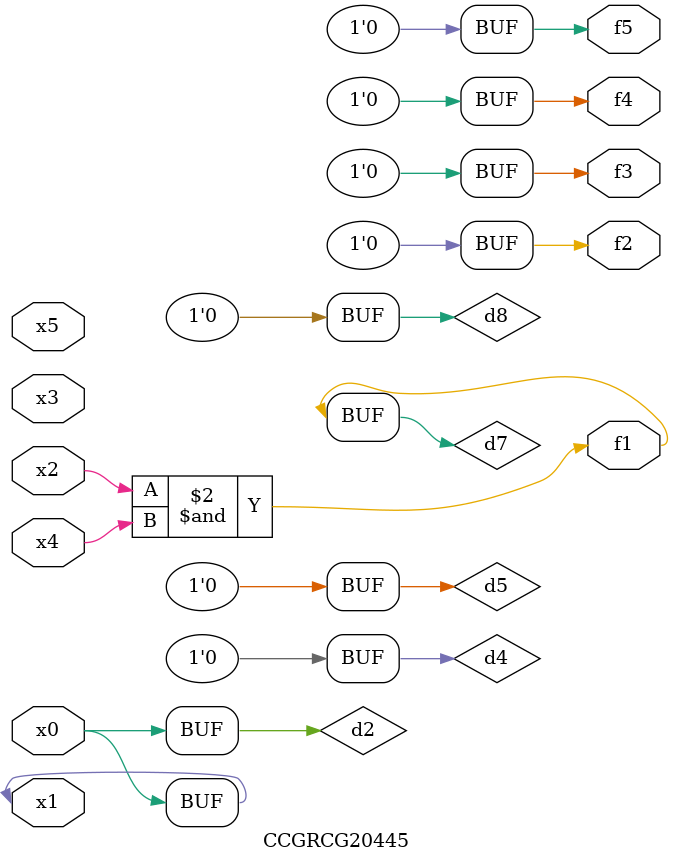
<source format=v>
module CCGRCG20445(
	input x0, x1, x2, x3, x4, x5,
	output f1, f2, f3, f4, f5
);

	wire d1, d2, d3, d4, d5, d6, d7, d8, d9;

	nand (d1, x1);
	buf (d2, x0, x1);
	nand (d3, x2, x4);
	and (d4, d1, d2);
	and (d5, d1, d2);
	nand (d6, d1, d3);
	not (d7, d3);
	xor (d8, d5);
	nor (d9, d5, d6);
	assign f1 = d7;
	assign f2 = d8;
	assign f3 = d8;
	assign f4 = d8;
	assign f5 = d8;
endmodule

</source>
